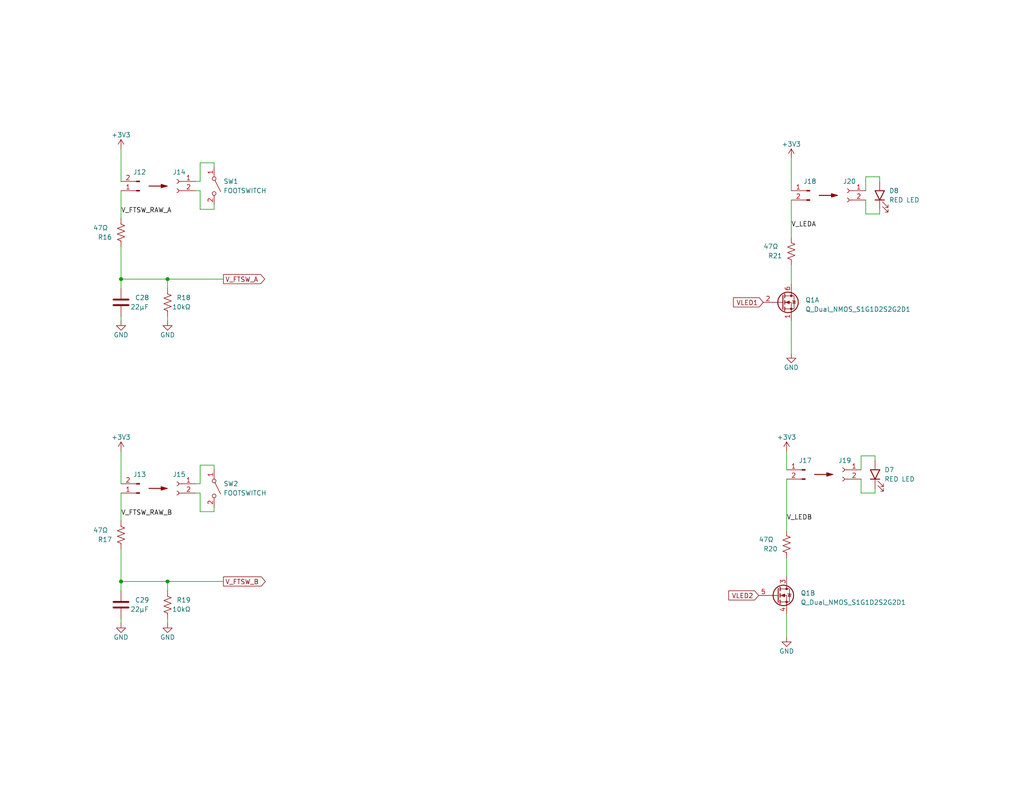
<source format=kicad_sch>
(kicad_sch (version 20230121) (generator eeschema)

  (uuid e0a294cc-0095-43e1-8740-de72a1574fa7)

  (paper "USLetter")

  (title_block
    (title "Baseboard")
    (date "2023-04-28")
    (rev "A")
    (company "Alessandro Rizzoni")
    (comment 1 "SCHEMATIC")
    (comment 2 "DRAFT")
    (comment 3 "AIR")
    (comment 5 "1: ALL COMPONENTS 25V RATING OR GREATER")
    (comment 6 "2: ALL RESISTORS LOW NOISE THIN FILM, 1% TOLERANCE OR SMALLER, 1/10W RATING OR GREATER")
    (comment 7 "3: ALL CAPACITORS MLCC, X5R OR X7R DIELECTRIC, 10% TOLERANCE OR SMALLER")
    (comment 8 "4: DO NOT POPULATE NOTE --TODO--")
    (comment 9 "5: PCB LAYOUT ACCORDING TO DATASHEET FOR ALL COMPONENTS")
  )

  (lib_symbols
    (symbol "Connector:Conn_01x02_Female" (pin_names (offset 1.016) hide) (in_bom yes) (on_board yes)
      (property "Reference" "J" (at 0 2.54 0)
        (effects (font (size 1.27 1.27)))
      )
      (property "Value" "Conn_01x02_Female" (at 0 -5.08 0)
        (effects (font (size 1.27 1.27)))
      )
      (property "Footprint" "" (at 0 0 0)
        (effects (font (size 1.27 1.27)) hide)
      )
      (property "Datasheet" "~" (at 0 0 0)
        (effects (font (size 1.27 1.27)) hide)
      )
      (property "ki_keywords" "connector" (at 0 0 0)
        (effects (font (size 1.27 1.27)) hide)
      )
      (property "ki_description" "Generic connector, single row, 01x02, script generated (kicad-library-utils/schlib/autogen/connector/)" (at 0 0 0)
        (effects (font (size 1.27 1.27)) hide)
      )
      (property "ki_fp_filters" "Connector*:*_1x??_*" (at 0 0 0)
        (effects (font (size 1.27 1.27)) hide)
      )
      (symbol "Conn_01x02_Female_1_1"
        (arc (start 0 -2.032) (mid -0.5058 -2.54) (end 0 -3.048)
          (stroke (width 0.1524) (type default))
          (fill (type none))
        )
        (polyline
          (pts
            (xy -1.27 -2.54)
            (xy -0.508 -2.54)
          )
          (stroke (width 0.1524) (type default))
          (fill (type none))
        )
        (polyline
          (pts
            (xy -1.27 0)
            (xy -0.508 0)
          )
          (stroke (width 0.1524) (type default))
          (fill (type none))
        )
        (arc (start 0 0.508) (mid -0.5058 0) (end 0 -0.508)
          (stroke (width 0.1524) (type default))
          (fill (type none))
        )
        (pin passive line (at -5.08 0 0) (length 3.81)
          (name "Pin_1" (effects (font (size 1.27 1.27))))
          (number "1" (effects (font (size 1.27 1.27))))
        )
        (pin passive line (at -5.08 -2.54 0) (length 3.81)
          (name "Pin_2" (effects (font (size 1.27 1.27))))
          (number "2" (effects (font (size 1.27 1.27))))
        )
      )
    )
    (symbol "Connector:Conn_01x02_Male" (pin_names (offset 1.016) hide) (in_bom yes) (on_board yes)
      (property "Reference" "J" (at 0 2.54 0)
        (effects (font (size 1.27 1.27)))
      )
      (property "Value" "Conn_01x02_Male" (at 0 -5.08 0)
        (effects (font (size 1.27 1.27)))
      )
      (property "Footprint" "" (at 0 0 0)
        (effects (font (size 1.27 1.27)) hide)
      )
      (property "Datasheet" "~" (at 0 0 0)
        (effects (font (size 1.27 1.27)) hide)
      )
      (property "ki_keywords" "connector" (at 0 0 0)
        (effects (font (size 1.27 1.27)) hide)
      )
      (property "ki_description" "Generic connector, single row, 01x02, script generated (kicad-library-utils/schlib/autogen/connector/)" (at 0 0 0)
        (effects (font (size 1.27 1.27)) hide)
      )
      (property "ki_fp_filters" "Connector*:*_1x??_*" (at 0 0 0)
        (effects (font (size 1.27 1.27)) hide)
      )
      (symbol "Conn_01x02_Male_1_1"
        (polyline
          (pts
            (xy 1.27 -2.54)
            (xy 0.8636 -2.54)
          )
          (stroke (width 0.1524) (type default))
          (fill (type none))
        )
        (polyline
          (pts
            (xy 1.27 0)
            (xy 0.8636 0)
          )
          (stroke (width 0.1524) (type default))
          (fill (type none))
        )
        (rectangle (start 0.8636 -2.413) (end 0 -2.667)
          (stroke (width 0.1524) (type default))
          (fill (type outline))
        )
        (rectangle (start 0.8636 0.127) (end 0 -0.127)
          (stroke (width 0.1524) (type default))
          (fill (type outline))
        )
        (pin passive line (at 5.08 0 180) (length 3.81)
          (name "Pin_1" (effects (font (size 1.27 1.27))))
          (number "1" (effects (font (size 1.27 1.27))))
        )
        (pin passive line (at 5.08 -2.54 180) (length 3.81)
          (name "Pin_2" (effects (font (size 1.27 1.27))))
          (number "2" (effects (font (size 1.27 1.27))))
        )
      )
    )
    (symbol "Device:C" (pin_numbers hide) (pin_names (offset 0.254)) (in_bom yes) (on_board yes)
      (property "Reference" "C" (at 0.635 2.54 0)
        (effects (font (size 1.27 1.27)) (justify left))
      )
      (property "Value" "C" (at 0.635 -2.54 0)
        (effects (font (size 1.27 1.27)) (justify left))
      )
      (property "Footprint" "" (at 0.9652 -3.81 0)
        (effects (font (size 1.27 1.27)) hide)
      )
      (property "Datasheet" "~" (at 0 0 0)
        (effects (font (size 1.27 1.27)) hide)
      )
      (property "ki_keywords" "cap capacitor" (at 0 0 0)
        (effects (font (size 1.27 1.27)) hide)
      )
      (property "ki_description" "Unpolarized capacitor" (at 0 0 0)
        (effects (font (size 1.27 1.27)) hide)
      )
      (property "ki_fp_filters" "C_*" (at 0 0 0)
        (effects (font (size 1.27 1.27)) hide)
      )
      (symbol "C_0_1"
        (polyline
          (pts
            (xy -2.032 -0.762)
            (xy 2.032 -0.762)
          )
          (stroke (width 0.508) (type default))
          (fill (type none))
        )
        (polyline
          (pts
            (xy -2.032 0.762)
            (xy 2.032 0.762)
          )
          (stroke (width 0.508) (type default))
          (fill (type none))
        )
      )
      (symbol "C_1_1"
        (pin passive line (at 0 3.81 270) (length 2.794)
          (name "~" (effects (font (size 1.27 1.27))))
          (number "1" (effects (font (size 1.27 1.27))))
        )
        (pin passive line (at 0 -3.81 90) (length 2.794)
          (name "~" (effects (font (size 1.27 1.27))))
          (number "2" (effects (font (size 1.27 1.27))))
        )
      )
    )
    (symbol "Device:Q_Dual_NMOS_S1G1D2S2G2D1" (pin_names (offset 0) hide) (in_bom yes) (on_board yes)
      (property "Reference" "Q" (at 6.35 1.27 0)
        (effects (font (size 1.27 1.27)))
      )
      (property "Value" "Q_Dual_NMOS_S1G1D2S2G2D1" (at 19.05 -1.27 0)
        (effects (font (size 1.27 1.27)))
      )
      (property "Footprint" "" (at 5.08 0 0)
        (effects (font (size 1.27 1.27)) hide)
      )
      (property "Datasheet" "~" (at 5.08 0 0)
        (effects (font (size 1.27 1.27)) hide)
      )
      (property "ki_keywords" "transistor NMOS N-MOS N-MOSFET" (at 0 0 0)
        (effects (font (size 1.27 1.27)) hide)
      )
      (property "ki_description" "Dual NMOS transistor, 6 pin package" (at 0 0 0)
        (effects (font (size 1.27 1.27)) hide)
      )
      (property "ki_fp_filters" "TSOP* SC?70* SC?88* SOT?363*" (at 0 0 0)
        (effects (font (size 1.27 1.27)) hide)
      )
      (symbol "Q_Dual_NMOS_S1G1D2S2G2D1_0_1"
        (polyline
          (pts
            (xy 0.254 0)
            (xy -2.54 0)
          )
          (stroke (width 0) (type default))
          (fill (type none))
        )
        (polyline
          (pts
            (xy 0.254 1.905)
            (xy 0.254 -1.905)
          )
          (stroke (width 0.254) (type default))
          (fill (type none))
        )
        (polyline
          (pts
            (xy 0.762 -1.27)
            (xy 0.762 -2.286)
          )
          (stroke (width 0.254) (type default))
          (fill (type none))
        )
        (polyline
          (pts
            (xy 0.762 0.508)
            (xy 0.762 -0.508)
          )
          (stroke (width 0.254) (type default))
          (fill (type none))
        )
        (polyline
          (pts
            (xy 0.762 2.286)
            (xy 0.762 1.27)
          )
          (stroke (width 0.254) (type default))
          (fill (type none))
        )
        (polyline
          (pts
            (xy 2.54 2.54)
            (xy 2.54 1.778)
          )
          (stroke (width 0) (type default))
          (fill (type none))
        )
        (polyline
          (pts
            (xy 2.54 -2.54)
            (xy 2.54 0)
            (xy 0.762 0)
          )
          (stroke (width 0) (type default))
          (fill (type none))
        )
        (polyline
          (pts
            (xy 0.762 -1.778)
            (xy 3.302 -1.778)
            (xy 3.302 1.778)
            (xy 0.762 1.778)
          )
          (stroke (width 0) (type default))
          (fill (type none))
        )
        (polyline
          (pts
            (xy 1.016 0)
            (xy 2.032 0.381)
            (xy 2.032 -0.381)
            (xy 1.016 0)
          )
          (stroke (width 0) (type default))
          (fill (type outline))
        )
        (polyline
          (pts
            (xy 2.794 0.508)
            (xy 2.921 0.381)
            (xy 3.683 0.381)
            (xy 3.81 0.254)
          )
          (stroke (width 0) (type default))
          (fill (type none))
        )
        (polyline
          (pts
            (xy 3.302 0.381)
            (xy 2.921 -0.254)
            (xy 3.683 -0.254)
            (xy 3.302 0.381)
          )
          (stroke (width 0) (type default))
          (fill (type none))
        )
        (circle (center 1.651 0) (radius 2.794)
          (stroke (width 0.254) (type default))
          (fill (type none))
        )
        (circle (center 2.54 -1.778) (radius 0.254)
          (stroke (width 0) (type default))
          (fill (type outline))
        )
        (circle (center 2.54 1.778) (radius 0.254)
          (stroke (width 0) (type default))
          (fill (type outline))
        )
      )
      (symbol "Q_Dual_NMOS_S1G1D2S2G2D1_1_1"
        (pin passive line (at 2.54 -5.08 90) (length 2.54)
          (name "S" (effects (font (size 1.27 1.27))))
          (number "1" (effects (font (size 1.27 1.27))))
        )
        (pin input line (at -5.08 0 0) (length 2.54)
          (name "G" (effects (font (size 1.27 1.27))))
          (number "2" (effects (font (size 1.27 1.27))))
        )
        (pin passive line (at 2.54 5.08 270) (length 2.54)
          (name "D" (effects (font (size 1.27 1.27))))
          (number "6" (effects (font (size 1.27 1.27))))
        )
      )
      (symbol "Q_Dual_NMOS_S1G1D2S2G2D1_2_1"
        (pin passive line (at 2.54 5.08 270) (length 2.54)
          (name "D" (effects (font (size 1.27 1.27))))
          (number "3" (effects (font (size 1.27 1.27))))
        )
        (pin passive line (at 2.54 -5.08 90) (length 2.54)
          (name "S" (effects (font (size 1.27 1.27))))
          (number "4" (effects (font (size 1.27 1.27))))
        )
        (pin input line (at -5.08 0 0) (length 2.54)
          (name "G" (effects (font (size 1.27 1.27))))
          (number "5" (effects (font (size 1.27 1.27))))
        )
      )
    )
    (symbol "Device:R_US" (pin_numbers hide) (pin_names (offset 0)) (in_bom yes) (on_board yes)
      (property "Reference" "R" (at 2.54 0 90)
        (effects (font (size 1.27 1.27)))
      )
      (property "Value" "R_US" (at -2.54 0 90)
        (effects (font (size 1.27 1.27)))
      )
      (property "Footprint" "" (at 1.016 -0.254 90)
        (effects (font (size 1.27 1.27)) hide)
      )
      (property "Datasheet" "~" (at 0 0 0)
        (effects (font (size 1.27 1.27)) hide)
      )
      (property "ki_keywords" "R res resistor" (at 0 0 0)
        (effects (font (size 1.27 1.27)) hide)
      )
      (property "ki_description" "Resistor, US symbol" (at 0 0 0)
        (effects (font (size 1.27 1.27)) hide)
      )
      (property "ki_fp_filters" "R_*" (at 0 0 0)
        (effects (font (size 1.27 1.27)) hide)
      )
      (symbol "R_US_0_1"
        (polyline
          (pts
            (xy 0 -2.286)
            (xy 0 -2.54)
          )
          (stroke (width 0) (type default))
          (fill (type none))
        )
        (polyline
          (pts
            (xy 0 2.286)
            (xy 0 2.54)
          )
          (stroke (width 0) (type default))
          (fill (type none))
        )
        (polyline
          (pts
            (xy 0 -0.762)
            (xy 1.016 -1.143)
            (xy 0 -1.524)
            (xy -1.016 -1.905)
            (xy 0 -2.286)
          )
          (stroke (width 0) (type default))
          (fill (type none))
        )
        (polyline
          (pts
            (xy 0 0.762)
            (xy 1.016 0.381)
            (xy 0 0)
            (xy -1.016 -0.381)
            (xy 0 -0.762)
          )
          (stroke (width 0) (type default))
          (fill (type none))
        )
        (polyline
          (pts
            (xy 0 2.286)
            (xy 1.016 1.905)
            (xy 0 1.524)
            (xy -1.016 1.143)
            (xy 0 0.762)
          )
          (stroke (width 0) (type default))
          (fill (type none))
        )
      )
      (symbol "R_US_1_1"
        (pin passive line (at 0 3.81 270) (length 1.27)
          (name "~" (effects (font (size 1.27 1.27))))
          (number "1" (effects (font (size 1.27 1.27))))
        )
        (pin passive line (at 0 -3.81 90) (length 1.27)
          (name "~" (effects (font (size 1.27 1.27))))
          (number "2" (effects (font (size 1.27 1.27))))
        )
      )
    )
    (symbol "Graphic:SYM_Arrow_Normal" (pin_names (offset 1.016)) (in_bom yes) (on_board yes)
      (property "Reference" "#SYM" (at 0 1.524 0)
        (effects (font (size 1.27 1.27)) hide)
      )
      (property "Value" "SYM_Arrow_Normal" (at 0.254 -1.27 0)
        (effects (font (size 1.27 1.27)) hide)
      )
      (property "Footprint" "" (at 0 0 0)
        (effects (font (size 1.27 1.27)) hide)
      )
      (property "Datasheet" "~" (at 0 0 0)
        (effects (font (size 1.27 1.27)) hide)
      )
      (property "ki_keywords" "symbol arrow" (at 0 0 0)
        (effects (font (size 1.27 1.27)) hide)
      )
      (property "ki_description" "Filled arrow, 200mil" (at 0 0 0)
        (effects (font (size 1.27 1.27)) hide)
      )
      (symbol "SYM_Arrow_Normal_0_1"
        (polyline
          (pts
            (xy 1.524 0)
            (xy -2.54 0)
          )
          (stroke (width 0.254) (type default))
          (fill (type none))
        )
        (polyline
          (pts
            (xy 2.54 0)
            (xy 0.762 -0.508)
            (xy 0.762 0.508)
            (xy 2.54 0)
          )
          (stroke (width 0) (type default))
          (fill (type outline))
        )
      )
    )
    (symbol "Library:Ground" (power) (pin_names (offset 0)) (in_bom yes) (on_board yes)
      (property "Reference" "#PWR" (at 0 -6.35 0)
        (effects (font (size 1.27 1.27)) hide)
      )
      (property "Value" "Ground" (at 0 -3.81 0)
        (effects (font (size 1.27 1.27)))
      )
      (property "Footprint" "" (at 0 0 0)
        (effects (font (size 1.27 1.27)) hide)
      )
      (property "Datasheet" "" (at 0 0 0)
        (effects (font (size 1.27 1.27)) hide)
      )
      (property "ki_keywords" "power-flag" (at 0 0 0)
        (effects (font (size 1.27 1.27)) hide)
      )
      (property "ki_description" "Power symbol creates a global label with name \"GND\" , ground" (at 0 0 0)
        (effects (font (size 1.27 1.27)) hide)
      )
      (symbol "Ground_0_1"
        (polyline
          (pts
            (xy 0 0)
            (xy 0 -1.27)
            (xy 1.27 -1.27)
            (xy 0 -2.54)
            (xy -1.27 -1.27)
            (xy 0 -1.27)
          )
          (stroke (width 0) (type default))
          (fill (type none))
        )
      )
      (symbol "Ground_1_1"
        (pin power_in line (at 0 0 270) (length 0) hide
          (name "GND" (effects (font (size 1.27 1.27))))
          (number "1" (effects (font (size 1.27 1.27))))
        )
      )
    )
    (symbol "Library:LED" (pin_numbers hide) (pin_names (offset 1.016) hide) (in_bom yes) (on_board yes)
      (property "Reference" "D6" (at 2.54 1.27 90)
        (effects (font (size 1.27 1.27)) (justify right))
      )
      (property "Value" "RED LED" (at 2.54 -1.27 90)
        (effects (font (size 1.27 1.27)) (justify right))
      )
      (property "Footprint" "N/A" (at 0 0 0)
        (effects (font (size 1.27 1.27)) hide)
      )
      (property "Datasheet" "~" (at 0 0 0)
        (effects (font (size 1.27 1.27)) hide)
      )
      (property "Part Number" "151051RS11000" (at 0 0 0)
        (effects (font (size 1.27 1.27)) hide)
      )
      (property "Manufacturer" "Würth Elektronik" (at 0 0 0)
        (effects (font (size 1.27 1.27)) hide)
      )
      (property "ki_keywords" "LED diode" (at 0 0 0)
        (effects (font (size 1.27 1.27)) hide)
      )
      (property "ki_description" "Light emitting diode" (at 0 0 0)
        (effects (font (size 1.27 1.27)) hide)
      )
      (property "ki_fp_filters" "LED* LED_SMD:* LED_THT:*" (at 0 0 0)
        (effects (font (size 1.27 1.27)) hide)
      )
      (symbol "LED_0_1"
        (polyline
          (pts
            (xy -1.27 -1.27)
            (xy -1.27 1.27)
          )
          (stroke (width 0.254) (type default))
          (fill (type none))
        )
        (polyline
          (pts
            (xy 1.27 -1.27)
            (xy 1.27 1.27)
            (xy -1.27 0)
            (xy 1.27 -1.27)
          )
          (stroke (width 0.254) (type default))
          (fill (type none))
        )
        (polyline
          (pts
            (xy -3.048 -0.762)
            (xy -4.572 -2.286)
            (xy -3.81 -2.286)
            (xy -4.572 -2.286)
            (xy -4.572 -1.524)
          )
          (stroke (width 0) (type default))
          (fill (type none))
        )
        (polyline
          (pts
            (xy -1.778 -0.762)
            (xy -3.302 -2.286)
            (xy -2.54 -2.286)
            (xy -3.302 -2.286)
            (xy -3.302 -1.524)
          )
          (stroke (width 0) (type default))
          (fill (type none))
        )
      )
      (symbol "LED_1_1"
        (pin passive line (at -3.81 0 0) (length 2.54)
          (name "K" (effects (font (size 1.27 1.27))))
          (number "1" (effects (font (size 1.27 1.27))))
        )
        (pin passive line (at 3.81 0 180) (length 2.54)
          (name "A" (effects (font (size 1.27 1.27))))
          (number "2" (effects (font (size 1.27 1.27))))
        )
      )
    )
    (symbol "Switch:SW_SPST" (pin_names (offset 0) hide) (in_bom yes) (on_board yes)
      (property "Reference" "SW" (at 0 3.175 0)
        (effects (font (size 1.27 1.27)))
      )
      (property "Value" "SW_SPST" (at 0 -2.54 0)
        (effects (font (size 1.27 1.27)))
      )
      (property "Footprint" "" (at 0 0 0)
        (effects (font (size 1.27 1.27)) hide)
      )
      (property "Datasheet" "~" (at 0 0 0)
        (effects (font (size 1.27 1.27)) hide)
      )
      (property "ki_keywords" "switch lever" (at 0 0 0)
        (effects (font (size 1.27 1.27)) hide)
      )
      (property "ki_description" "Single Pole Single Throw (SPST) switch" (at 0 0 0)
        (effects (font (size 1.27 1.27)) hide)
      )
      (symbol "SW_SPST_0_0"
        (circle (center -2.032 0) (radius 0.508)
          (stroke (width 0) (type default))
          (fill (type none))
        )
        (polyline
          (pts
            (xy -1.524 0.254)
            (xy 1.524 1.778)
          )
          (stroke (width 0) (type default))
          (fill (type none))
        )
        (circle (center 2.032 0) (radius 0.508)
          (stroke (width 0) (type default))
          (fill (type none))
        )
      )
      (symbol "SW_SPST_1_1"
        (pin passive line (at -5.08 0 0) (length 2.54)
          (name "A" (effects (font (size 1.27 1.27))))
          (number "1" (effects (font (size 1.27 1.27))))
        )
        (pin passive line (at 5.08 0 180) (length 2.54)
          (name "B" (effects (font (size 1.27 1.27))))
          (number "2" (effects (font (size 1.27 1.27))))
        )
      )
    )
    (symbol "power:+3V3" (power) (pin_names (offset 0)) (in_bom yes) (on_board yes)
      (property "Reference" "#PWR" (at 0 -3.81 0)
        (effects (font (size 1.27 1.27)) hide)
      )
      (property "Value" "+3V3" (at 0 3.556 0)
        (effects (font (size 1.27 1.27)))
      )
      (property "Footprint" "" (at 0 0 0)
        (effects (font (size 1.27 1.27)) hide)
      )
      (property "Datasheet" "" (at 0 0 0)
        (effects (font (size 1.27 1.27)) hide)
      )
      (property "ki_keywords" "global power" (at 0 0 0)
        (effects (font (size 1.27 1.27)) hide)
      )
      (property "ki_description" "Power symbol creates a global label with name \"+3V3\"" (at 0 0 0)
        (effects (font (size 1.27 1.27)) hide)
      )
      (symbol "+3V3_0_1"
        (polyline
          (pts
            (xy -0.762 1.27)
            (xy 0 2.54)
          )
          (stroke (width 0) (type default))
          (fill (type none))
        )
        (polyline
          (pts
            (xy 0 0)
            (xy 0 2.54)
          )
          (stroke (width 0) (type default))
          (fill (type none))
        )
        (polyline
          (pts
            (xy 0 2.54)
            (xy 0.762 1.27)
          )
          (stroke (width 0) (type default))
          (fill (type none))
        )
      )
      (symbol "+3V3_1_1"
        (pin power_in line (at 0 0 90) (length 0) hide
          (name "+3V3" (effects (font (size 1.27 1.27))))
          (number "1" (effects (font (size 1.27 1.27))))
        )
      )
    )
  )

  (junction (at 45.72 76.2) (diameter 0) (color 0 0 0 0)
    (uuid 16c472a0-34a2-404a-9d40-eb16b30f88bf)
  )
  (junction (at 33.02 76.2) (diameter 0) (color 0 0 0 0)
    (uuid 66e07b92-4bc9-48ea-9602-bc32db1ff49a)
  )
  (junction (at 45.72 158.75) (diameter 0) (color 0 0 0 0)
    (uuid bc35fd99-7eb0-46c2-82ee-04ea281a0219)
  )
  (junction (at 33.02 158.75) (diameter 0) (color 0 0 0 0)
    (uuid de3450ed-02fb-408b-8c94-d22a890492ce)
  )

  (wire (pts (xy 33.02 67.31) (xy 33.02 76.2))
    (stroke (width 0) (type default))
    (uuid 005030fe-295e-4241-9f32-7ad1c6478492)
  )
  (wire (pts (xy 238.76 124.46) (xy 234.95 124.46))
    (stroke (width 0) (type default))
    (uuid 03b7ebd9-775e-43b5-9f08-7c74a5bfd172)
  )
  (wire (pts (xy 240.03 48.26) (xy 236.22 48.26))
    (stroke (width 0) (type default))
    (uuid 0614ff93-2fd2-467c-9431-a7f69b661e4d)
  )
  (wire (pts (xy 54.61 127) (xy 58.42 127))
    (stroke (width 0) (type default))
    (uuid 09a5b05a-c809-4c0e-8fb4-77228a5e6b04)
  )
  (wire (pts (xy 33.02 76.2) (xy 33.02 78.74))
    (stroke (width 0) (type default))
    (uuid 20f50e89-7458-4a64-8feb-f48e431866cd)
  )
  (wire (pts (xy 236.22 48.26) (xy 236.22 52.07))
    (stroke (width 0) (type default))
    (uuid 32693d78-329e-4b29-8914-ea1ae3853e9b)
  )
  (wire (pts (xy 45.72 158.75) (xy 45.72 161.29))
    (stroke (width 0) (type default))
    (uuid 36a4ef85-3d7c-4d43-ada4-e5947c82b62a)
  )
  (wire (pts (xy 54.61 52.07) (xy 53.34 52.07))
    (stroke (width 0) (type default))
    (uuid 36afc0f1-7cc1-4cd0-93a3-d92148d3bff2)
  )
  (wire (pts (xy 33.02 123.19) (xy 33.02 132.08))
    (stroke (width 0) (type default))
    (uuid 3da62e0e-3776-4e62-ae3d-ba4f7636fb13)
  )
  (wire (pts (xy 33.02 134.62) (xy 33.02 142.24))
    (stroke (width 0) (type default))
    (uuid 3f8d1bfe-ee72-40db-af61-ad2c40149b3b)
  )
  (wire (pts (xy 54.61 132.08) (xy 54.61 127))
    (stroke (width 0) (type default))
    (uuid 43d6a5c2-dd14-4374-bc3a-dd942ca8b97f)
  )
  (wire (pts (xy 214.63 152.4) (xy 214.63 157.48))
    (stroke (width 0) (type default))
    (uuid 44160d23-151a-4966-a2e3-b21a3517638d)
  )
  (wire (pts (xy 33.02 76.2) (xy 45.72 76.2))
    (stroke (width 0) (type default))
    (uuid 46163b2a-d583-4238-98e5-382d770e7d75)
  )
  (wire (pts (xy 234.95 134.62) (xy 234.95 130.81))
    (stroke (width 0) (type default))
    (uuid 4af371e8-30e9-412e-b92a-191b8070ded4)
  )
  (wire (pts (xy 33.02 52.07) (xy 33.02 59.69))
    (stroke (width 0) (type default))
    (uuid 4d1fd8dc-f7ed-4207-aa1f-c9d12807c5a9)
  )
  (wire (pts (xy 45.72 158.75) (xy 60.96 158.75))
    (stroke (width 0) (type default))
    (uuid 540eddbf-f6e1-40f0-9448-5828e76ca0be)
  )
  (wire (pts (xy 54.61 57.15) (xy 54.61 52.07))
    (stroke (width 0) (type default))
    (uuid 5b12472d-ca19-4586-8c8c-2f653888a788)
  )
  (wire (pts (xy 33.02 158.75) (xy 33.02 161.29))
    (stroke (width 0) (type default))
    (uuid 5bb3b1c5-abf8-48bd-af80-32d141305009)
  )
  (wire (pts (xy 45.72 76.2) (xy 45.72 78.74))
    (stroke (width 0) (type default))
    (uuid 621ed7da-2307-4dab-8857-a29994af1fc2)
  )
  (wire (pts (xy 215.9 43.18) (xy 215.9 52.07))
    (stroke (width 0) (type default))
    (uuid 6452b7a0-daa2-481b-83a6-0e589c8e136d)
  )
  (wire (pts (xy 53.34 132.08) (xy 54.61 132.08))
    (stroke (width 0) (type default))
    (uuid 66e5d7f1-bdde-4b38-8580-2286ece08032)
  )
  (wire (pts (xy 240.03 58.42) (xy 236.22 58.42))
    (stroke (width 0) (type default))
    (uuid 6bd7c2c5-c9a6-4fd2-b64c-0c301da18ef9)
  )
  (wire (pts (xy 214.63 130.81) (xy 214.63 144.78))
    (stroke (width 0) (type default))
    (uuid 6f25701e-c345-4d9a-b3b7-e3cfa7234aa1)
  )
  (wire (pts (xy 215.9 54.61) (xy 215.9 64.77))
    (stroke (width 0) (type default))
    (uuid 71b6e7cc-6cb2-4748-b3ea-8447f07e43d5)
  )
  (wire (pts (xy 240.03 57.15) (xy 240.03 58.42))
    (stroke (width 0) (type default))
    (uuid 71c71d2e-600c-41f6-9c6d-30ac58572182)
  )
  (wire (pts (xy 58.42 138.43) (xy 58.42 139.7))
    (stroke (width 0) (type default))
    (uuid 7933f15d-4cf8-4d98-970b-1613129562da)
  )
  (wire (pts (xy 58.42 44.45) (xy 58.42 45.72))
    (stroke (width 0) (type default))
    (uuid 805aa178-2150-49f5-93df-ea6c97d0b39e)
  )
  (wire (pts (xy 54.61 139.7) (xy 54.61 134.62))
    (stroke (width 0) (type default))
    (uuid 8a10f948-5dc8-4f6a-ac1c-f39eb71f95d0)
  )
  (wire (pts (xy 45.72 76.2) (xy 60.96 76.2))
    (stroke (width 0) (type default))
    (uuid 8c827876-f634-4664-bd54-0fd85715325b)
  )
  (wire (pts (xy 238.76 125.73) (xy 238.76 124.46))
    (stroke (width 0) (type default))
    (uuid 8df9d820-2061-4013-8857-d0edc753d8a9)
  )
  (wire (pts (xy 54.61 134.62) (xy 53.34 134.62))
    (stroke (width 0) (type default))
    (uuid 8f165bd0-8c79-4533-9b2c-22ebd0c9e9d5)
  )
  (wire (pts (xy 236.22 58.42) (xy 236.22 54.61))
    (stroke (width 0) (type default))
    (uuid 96145e26-1517-4237-9fcf-a27ba84f027f)
  )
  (wire (pts (xy 33.02 40.64) (xy 33.02 49.53))
    (stroke (width 0) (type default))
    (uuid 975d0ec6-4b46-44ab-91cd-6ae5048c221c)
  )
  (wire (pts (xy 54.61 49.53) (xy 54.61 44.45))
    (stroke (width 0) (type default))
    (uuid 9bb6a515-f2bb-4435-896a-fd8499200b98)
  )
  (wire (pts (xy 45.72 168.91) (xy 45.72 170.18))
    (stroke (width 0) (type default))
    (uuid 9c09db13-d349-401f-8500-8fd340f2a732)
  )
  (wire (pts (xy 214.63 167.64) (xy 214.63 173.99))
    (stroke (width 0) (type default))
    (uuid 9d8317c4-e614-43b4-9255-fe11b4c0ec0d)
  )
  (wire (pts (xy 33.02 86.36) (xy 33.02 87.63))
    (stroke (width 0) (type default))
    (uuid a0570f61-90fa-4d50-a432-69d8f5c42b9a)
  )
  (wire (pts (xy 240.03 49.53) (xy 240.03 48.26))
    (stroke (width 0) (type default))
    (uuid adcd55fd-dc86-4298-9727-973234e56c51)
  )
  (wire (pts (xy 58.42 127) (xy 58.42 128.27))
    (stroke (width 0) (type default))
    (uuid b0e53785-d523-4d31-8b1c-3ee16ee56cbf)
  )
  (wire (pts (xy 33.02 158.75) (xy 45.72 158.75))
    (stroke (width 0) (type default))
    (uuid b2e9915f-3a0e-4fb3-b7ca-8474a2767f4a)
  )
  (wire (pts (xy 238.76 133.35) (xy 238.76 134.62))
    (stroke (width 0) (type default))
    (uuid b3115c12-f699-4391-9c50-26904bd1dc24)
  )
  (wire (pts (xy 234.95 124.46) (xy 234.95 128.27))
    (stroke (width 0) (type default))
    (uuid b38025a7-6432-453d-9f12-41f93d7870e3)
  )
  (wire (pts (xy 33.02 168.91) (xy 33.02 170.18))
    (stroke (width 0) (type default))
    (uuid b3f9ffc5-4aea-4e66-95c5-8cce64ffdb39)
  )
  (wire (pts (xy 58.42 139.7) (xy 54.61 139.7))
    (stroke (width 0) (type default))
    (uuid c53a7315-a590-4c04-ad6b-8854e1e599f9)
  )
  (wire (pts (xy 58.42 57.15) (xy 54.61 57.15))
    (stroke (width 0) (type default))
    (uuid d2392773-68e8-4732-b098-b7b00b54221c)
  )
  (wire (pts (xy 215.9 87.63) (xy 215.9 96.52))
    (stroke (width 0) (type default))
    (uuid d3b3c6b0-e907-48be-84dc-7105c80d7329)
  )
  (wire (pts (xy 45.72 86.36) (xy 45.72 87.63))
    (stroke (width 0) (type default))
    (uuid da0eb5db-7418-4aff-a888-bd2e23d77345)
  )
  (wire (pts (xy 238.76 134.62) (xy 234.95 134.62))
    (stroke (width 0) (type default))
    (uuid da90cc8a-94a2-4aaa-ab24-15e78a53b534)
  )
  (wire (pts (xy 58.42 55.88) (xy 58.42 57.15))
    (stroke (width 0) (type default))
    (uuid e0666348-37f7-4131-b95e-9aa33d699678)
  )
  (wire (pts (xy 53.34 49.53) (xy 54.61 49.53))
    (stroke (width 0) (type default))
    (uuid ef5980dd-ad2f-4ba5-968c-5fa845360a55)
  )
  (wire (pts (xy 33.02 149.86) (xy 33.02 158.75))
    (stroke (width 0) (type default))
    (uuid f371c9ab-b5d4-4a2b-ba03-d4f125bb88b0)
  )
  (wire (pts (xy 54.61 44.45) (xy 58.42 44.45))
    (stroke (width 0) (type default))
    (uuid f814d0f1-1055-4795-ac04-2135b16d1ad4)
  )
  (wire (pts (xy 214.63 123.19) (xy 214.63 128.27))
    (stroke (width 0) (type default))
    (uuid f8d79014-bfb7-48a2-a572-2c13d19a3734)
  )
  (wire (pts (xy 215.9 72.39) (xy 215.9 77.47))
    (stroke (width 0) (type default))
    (uuid fd2e821f-4aeb-4143-b325-5b0f2a58ffc9)
  )

  (label "V_FTSW_RAW_B" (at 33.02 140.97 0) (fields_autoplaced)
    (effects (font (size 1.27 1.27)) (justify left bottom))
    (uuid 67d6d355-81e1-477a-b076-1d5d4464b97d)
  )
  (label "V_FTSW_RAW_A" (at 33.02 58.42 0) (fields_autoplaced)
    (effects (font (size 1.27 1.27)) (justify left bottom))
    (uuid 694f8232-3ab9-4bb5-903a-8cd409d5a4f2)
  )
  (label "V_LEDA" (at 215.9 62.23 0) (fields_autoplaced)
    (effects (font (size 1.27 1.27)) (justify left bottom))
    (uuid 93de0c28-3225-46da-b6e1-82a64a75ee33)
  )
  (label "V_LEDB" (at 214.63 142.24 0) (fields_autoplaced)
    (effects (font (size 1.27 1.27)) (justify left bottom))
    (uuid d9d649a8-ef46-4ed8-bd89-6aeb1deba0f1)
  )

  (global_label "V_FTSW_A" (shape output) (at 60.96 76.2 0) (fields_autoplaced)
    (effects (font (size 1.27 1.27)) (justify left))
    (uuid 252fafe5-c187-4739-9411-d023a500ad04)
    (property "Intersheetrefs" "${INTERSHEET_REFS}" (at 72.2492 76.2 0)
      (effects (font (size 1.27 1.27)) (justify left) hide)
    )
  )
  (global_label "V_FTSW_B" (shape output) (at 60.96 158.75 0) (fields_autoplaced)
    (effects (font (size 1.27 1.27)) (justify left))
    (uuid 61ddba23-420c-4873-8973-e68ae88328e3)
    (property "Intersheetrefs" "${INTERSHEET_REFS}" (at 72.2492 158.75 0)
      (effects (font (size 1.27 1.27)) (justify left) hide)
    )
  )
  (global_label "VLED1" (shape input) (at 208.28 82.55 180) (fields_autoplaced)
    (effects (font (size 1.27 1.27)) (justify right))
    (uuid 72e162a9-8b7d-475e-aeac-96e6974c8bfd)
    (property "Intersheetrefs" "${INTERSHEET_REFS}" (at 200.1882 82.55 0)
      (effects (font (size 1.27 1.27)) (justify right) hide)
    )
  )
  (global_label "VLED2" (shape input) (at 207.01 162.56 180) (fields_autoplaced)
    (effects (font (size 1.27 1.27)) (justify right))
    (uuid eb137de8-7a15-41eb-9e96-8d5b4cb80b2e)
    (property "Intersheetrefs" "${INTERSHEET_REFS}" (at 198.9182 162.56 0)
      (effects (font (size 1.27 1.27)) (justify right) hide)
    )
  )

  (symbol (lib_id "Library:Ground") (at 214.63 173.99 0) (unit 1)
    (in_bom yes) (on_board yes) (dnp no)
    (uuid 176cfac6-2598-459f-99a9-8e65e2d1a2b4)
    (property "Reference" "#PWR049" (at 214.63 180.34 0)
      (effects (font (size 1.27 1.27)) hide)
    )
    (property "Value" "Ground" (at 214.63 177.8 0)
      (effects (font (size 1.27 1.27)))
    )
    (property "Footprint" "" (at 214.63 173.99 0)
      (effects (font (size 1.27 1.27)) hide)
    )
    (property "Datasheet" "" (at 214.63 173.99 0)
      (effects (font (size 1.27 1.27)) hide)
    )
    (pin "1" (uuid c9d347e1-98fa-4403-80b2-ee6b8bc59b7b))
    (instances
      (project "1590N1 IO Board"
        (path "/190888c1-6ce2-4681-a836-dc477e444e49/a050f331-207a-415a-9776-ea47c7d16f9f"
          (reference "#PWR049") (unit 1)
        )
      )
    )
  )

  (symbol (lib_id "Connector:Conn_01x02_Female") (at 48.26 49.53 0) (mirror y) (unit 1)
    (in_bom yes) (on_board no) (dnp no) (fields_autoplaced)
    (uuid 18d9475b-591b-4032-8ff8-7a15de8cf164)
    (property "Reference" "J14" (at 48.895 46.99 0)
      (effects (font (size 1.27 1.27)))
    )
    (property "Value" "6-440129-2" (at 45.72 52.0699 0)
      (effects (font (size 1.27 1.27)) (justify left) hide)
    )
    (property "Footprint" "N/A" (at 48.26 49.53 0)
      (effects (font (size 1.27 1.27)) hide)
    )
    (property "Datasheet" "https://www.te.com/commerce/DocumentDelivery/DDEController?Action=srchrtrv&DocNm=1-1773713-2_HPI_QRG_EN&DocType=Data+Sheet&DocLang=English&DocFormat=pdf&PartCntxt=6-440129-2" (at 48.26 49.53 0)
      (effects (font (size 1.27 1.27)) hide)
    )
    (property "Manufacturer" "TE Connectivity AMP Connectors" (at 48.26 49.53 0)
      (effects (font (size 1.27 1.27)) hide)
    )
    (property "Part Number" "6-440129-2" (at 48.26 49.53 0)
      (effects (font (size 1.27 1.27)) hide)
    )
    (pin "1" (uuid 39425bbc-c034-4360-8d7e-0ee77307b29b))
    (pin "2" (uuid 79f02a9c-8a35-4b86-9e6d-4d23c9a3af36))
    (instances
      (project "1590N1 IO Board"
        (path "/190888c1-6ce2-4681-a836-dc477e444e49/a050f331-207a-415a-9776-ea47c7d16f9f"
          (reference "J14") (unit 1)
        )
      )
    )
  )

  (symbol (lib_id "Device:C") (at 33.02 82.55 180) (unit 1)
    (in_bom yes) (on_board yes) (dnp no)
    (uuid 197539ab-6f10-4375-a886-804413866431)
    (property "Reference" "C28" (at 36.83 81.28 0)
      (effects (font (size 1.27 1.27)) (justify right))
    )
    (property "Value" "22μF" (at 38.1 83.82 0)
      (effects (font (size 1.27 1.27)))
    )
    (property "Footprint" "Capacitor_SMD:C_0805_2012Metric" (at 32.0548 78.74 0)
      (effects (font (size 1.27 1.27)) hide)
    )
    (property "Datasheet" "https://www.murata.com/en-us/products/capacitor/ceramiccapacitor/overview/lineup/smd/grm#anchor-2" (at 33.02 82.55 0)
      (effects (font (size 1.27 1.27)) hide)
    )
    (property "Manufacturer" "Murata" (at 33.02 82.55 0)
      (effects (font (size 1.27 1.27)) hide)
    )
    (property "Part Number" "GRM21BR61E226ME44L" (at 33.02 82.55 0)
      (effects (font (size 1.27 1.27)) hide)
    )
    (pin "1" (uuid f1687850-fc2e-4678-8b13-822357e1bef8))
    (pin "2" (uuid a59ac80a-5fb4-48fa-b3c8-5445b46b66cf))
    (instances
      (project "1590N1 IO Board"
        (path "/190888c1-6ce2-4681-a836-dc477e444e49/a050f331-207a-415a-9776-ea47c7d16f9f"
          (reference "C28") (unit 1)
        )
      )
    )
  )

  (symbol (lib_id "Library:Ground") (at 33.02 87.63 0) (unit 1)
    (in_bom yes) (on_board yes) (dnp no)
    (uuid 2406c14d-9a87-4883-ab13-b8f2bd0691eb)
    (property "Reference" "#PWR029" (at 33.02 93.98 0)
      (effects (font (size 1.27 1.27)) hide)
    )
    (property "Value" "Ground" (at 33.02 91.44 0)
      (effects (font (size 1.27 1.27)))
    )
    (property "Footprint" "" (at 33.02 87.63 0)
      (effects (font (size 1.27 1.27)) hide)
    )
    (property "Datasheet" "" (at 33.02 87.63 0)
      (effects (font (size 1.27 1.27)) hide)
    )
    (pin "1" (uuid 88415eaa-b822-423c-aeef-4f7e8d35a82b))
    (instances
      (project "1590N1 IO Board"
        (path "/190888c1-6ce2-4681-a836-dc477e444e49/a050f331-207a-415a-9776-ea47c7d16f9f"
          (reference "#PWR029") (unit 1)
        )
      )
    )
  )

  (symbol (lib_id "Graphic:SYM_Arrow_Normal") (at 43.18 50.8 0) (mirror x) (unit 1)
    (in_bom no) (on_board no) (dnp no) (fields_autoplaced)
    (uuid 2dbc26ce-1c32-45fc-a13b-65a9d7132a62)
    (property "Reference" "#SYM2" (at 43.18 52.324 0)
      (effects (font (size 1.27 1.27)) hide)
    )
    (property "Value" "SYM_Arrow_Normal" (at 43.434 49.53 0)
      (effects (font (size 1.27 1.27)) hide)
    )
    (property "Footprint" "" (at 43.18 50.8 0)
      (effects (font (size 1.27 1.27)) hide)
    )
    (property "Datasheet" "~" (at 43.18 50.8 0)
      (effects (font (size 1.27 1.27)) hide)
    )
    (instances
      (project "1590N1 IO Board"
        (path "/190888c1-6ce2-4681-a836-dc477e444e49/a050f331-207a-415a-9776-ea47c7d16f9f"
          (reference "#SYM2") (unit 1)
        )
      )
    )
  )

  (symbol (lib_id "Library:Ground") (at 45.72 170.18 0) (unit 1)
    (in_bom yes) (on_board yes) (dnp no)
    (uuid 2fdc94de-d27f-4f75-9f6e-4e4d745aa500)
    (property "Reference" "#PWR033" (at 45.72 176.53 0)
      (effects (font (size 1.27 1.27)) hide)
    )
    (property "Value" "Ground" (at 45.72 173.99 0)
      (effects (font (size 1.27 1.27)))
    )
    (property "Footprint" "" (at 45.72 170.18 0)
      (effects (font (size 1.27 1.27)) hide)
    )
    (property "Datasheet" "" (at 45.72 170.18 0)
      (effects (font (size 1.27 1.27)) hide)
    )
    (pin "1" (uuid fce23498-42ac-44b0-baa7-df1a1b6064b8))
    (instances
      (project "1590N1 IO Board"
        (path "/190888c1-6ce2-4681-a836-dc477e444e49/a050f331-207a-415a-9776-ea47c7d16f9f"
          (reference "#PWR033") (unit 1)
        )
      )
    )
  )

  (symbol (lib_id "Device:R_US") (at 215.9 68.58 180) (unit 1)
    (in_bom yes) (on_board yes) (dnp no)
    (uuid 367a6af1-0838-463e-8249-f981475b2eb5)
    (property "Reference" "R21" (at 209.55 69.85 0)
      (effects (font (size 1.27 1.27)) (justify right))
    )
    (property "Value" "47Ω" (at 208.28 67.31 0)
      (effects (font (size 1.27 1.27)) (justify right))
    )
    (property "Footprint" "Resistor_SMD:R_0805_2012Metric" (at 214.884 68.326 90)
      (effects (font (size 1.27 1.27)) hide)
    )
    (property "Datasheet" "https://www.koaspeer.com/products/resistors/thin-film/rn73h/" (at 215.9 68.58 0)
      (effects (font (size 1.27 1.27)) hide)
    )
    (property "Manufacturer" "Koa Speer" (at 215.9 68.58 0)
      (effects (font (size 1.27 1.27)) hide)
    )
    (property "Part Number" "RN73H1JTTD3000F100 " (at 215.9 68.58 0)
      (effects (font (size 1.27 1.27)) hide)
    )
    (pin "1" (uuid f37df343-9a60-41b2-bcc8-de56643dca8b))
    (pin "2" (uuid 25bb8276-1d34-44d2-abf9-1cde249d7906))
    (instances
      (project "1590N1 IO Board"
        (path "/190888c1-6ce2-4681-a836-dc477e444e49/a050f331-207a-415a-9776-ea47c7d16f9f"
          (reference "R21") (unit 1)
        )
      )
    )
  )

  (symbol (lib_id "Connector:Conn_01x02_Female") (at 48.26 132.08 0) (mirror y) (unit 1)
    (in_bom yes) (on_board no) (dnp no) (fields_autoplaced)
    (uuid 37e89287-7e21-455b-b71a-eb694103dcba)
    (property "Reference" "J15" (at 48.895 129.54 0)
      (effects (font (size 1.27 1.27)))
    )
    (property "Value" "6-440129-2" (at 45.72 134.6199 0)
      (effects (font (size 1.27 1.27)) (justify left) hide)
    )
    (property "Footprint" "N/A" (at 48.26 132.08 0)
      (effects (font (size 1.27 1.27)) hide)
    )
    (property "Datasheet" "https://www.te.com/commerce/DocumentDelivery/DDEController?Action=srchrtrv&DocNm=1-1773713-2_HPI_QRG_EN&DocType=Data+Sheet&DocLang=English&DocFormat=pdf&PartCntxt=6-440129-2" (at 48.26 132.08 0)
      (effects (font (size 1.27 1.27)) hide)
    )
    (property "Manufacturer" "TE Connectivity AMP Connectors" (at 48.26 132.08 0)
      (effects (font (size 1.27 1.27)) hide)
    )
    (property "Part Number" "6-440129-2" (at 48.26 132.08 0)
      (effects (font (size 1.27 1.27)) hide)
    )
    (pin "1" (uuid 3c10cc43-c65c-4a3c-8d59-06b8db2d5b53))
    (pin "2" (uuid 760897a4-38fc-4a94-9fc5-5e711c935642))
    (instances
      (project "1590N1 IO Board"
        (path "/190888c1-6ce2-4681-a836-dc477e444e49/a050f331-207a-415a-9776-ea47c7d16f9f"
          (reference "J15") (unit 1)
        )
      )
    )
  )

  (symbol (lib_id "Graphic:SYM_Arrow_Normal") (at 43.18 133.35 0) (mirror x) (unit 1)
    (in_bom no) (on_board no) (dnp no) (fields_autoplaced)
    (uuid 39182475-47b4-4a38-81ff-7fbd8e12ce87)
    (property "Reference" "#SYM3" (at 43.18 134.874 0)
      (effects (font (size 1.27 1.27)) hide)
    )
    (property "Value" "SYM_Arrow_Normal" (at 43.434 132.08 0)
      (effects (font (size 1.27 1.27)) hide)
    )
    (property "Footprint" "" (at 43.18 133.35 0)
      (effects (font (size 1.27 1.27)) hide)
    )
    (property "Datasheet" "~" (at 43.18 133.35 0)
      (effects (font (size 1.27 1.27)) hide)
    )
    (instances
      (project "1590N1 IO Board"
        (path "/190888c1-6ce2-4681-a836-dc477e444e49/a050f331-207a-415a-9776-ea47c7d16f9f"
          (reference "#SYM3") (unit 1)
        )
      )
    )
  )

  (symbol (lib_id "Library:LED") (at 240.03 53.34 90) (unit 1)
    (in_bom yes) (on_board yes) (dnp no)
    (uuid 42ae8f61-b208-41e1-b732-d55bcf52fcc8)
    (property "Reference" "D8" (at 242.57 52.07 90)
      (effects (font (size 1.27 1.27)) (justify right))
    )
    (property "Value" "RED LED" (at 242.57 54.61 90)
      (effects (font (size 1.27 1.27)) (justify right))
    )
    (property "Footprint" "N/A" (at 240.03 53.34 0)
      (effects (font (size 1.27 1.27)) hide)
    )
    (property "Datasheet" "https://www.we-online.com/components/products/datasheet/151051RS11000.pdf" (at 240.03 53.34 0)
      (effects (font (size 1.27 1.27)) hide)
    )
    (property "Manufacturer" "Würth Elektronik" (at 240.03 53.34 0)
      (effects (font (size 1.27 1.27)) hide)
    )
    (property "Part Number" "151051RS11000" (at 240.03 53.34 0)
      (effects (font (size 1.27 1.27)) hide)
    )
    (pin "1" (uuid 2e34c0b6-6483-42d4-bf88-cd8926b9b392))
    (pin "2" (uuid 6d562f3e-503e-4ebf-8768-aecbc9464096))
    (instances
      (project "1590N1 IO Board"
        (path "/190888c1-6ce2-4681-a836-dc477e444e49/a050f331-207a-415a-9776-ea47c7d16f9f"
          (reference "D8") (unit 1)
        )
      )
    )
  )

  (symbol (lib_id "Device:R_US") (at 33.02 146.05 180) (unit 1)
    (in_bom yes) (on_board yes) (dnp no)
    (uuid 450e8f94-1e70-443d-a7e9-1ed048010d3e)
    (property "Reference" "R17" (at 26.67 147.32 0)
      (effects (font (size 1.27 1.27)) (justify right))
    )
    (property "Value" "47Ω" (at 25.4 144.78 0)
      (effects (font (size 1.27 1.27)) (justify right))
    )
    (property "Footprint" "Resistor_SMD:R_0805_2012Metric" (at 32.004 145.796 90)
      (effects (font (size 1.27 1.27)) hide)
    )
    (property "Datasheet" "https://www.koaspeer.com/products/resistors/thin-film/rn73h/" (at 33.02 146.05 0)
      (effects (font (size 1.27 1.27)) hide)
    )
    (property "Manufacturer" "Koa Speer" (at 33.02 146.05 0)
      (effects (font (size 1.27 1.27)) hide)
    )
    (property "Part Number" "RN73H1JTTD3000F100 " (at 33.02 146.05 0)
      (effects (font (size 1.27 1.27)) hide)
    )
    (pin "1" (uuid 3eecfeca-9e7c-4d60-bb8c-c10c90906769))
    (pin "2" (uuid 7cf18404-ed76-4520-98df-395ccdddcfd2))
    (instances
      (project "1590N1 IO Board"
        (path "/190888c1-6ce2-4681-a836-dc477e444e49/a050f331-207a-415a-9776-ea47c7d16f9f"
          (reference "R17") (unit 1)
        )
      )
    )
  )

  (symbol (lib_id "Connector:Conn_01x02_Male") (at 219.71 128.27 0) (mirror y) (unit 1)
    (in_bom yes) (on_board yes) (dnp no)
    (uuid 692aaf5a-db3b-4b1e-a97a-70cf86f3ab0e)
    (property "Reference" "J17" (at 219.71 125.73 0)
      (effects (font (size 1.27 1.27)))
    )
    (property "Value" "6-440054-2" (at 220.98 130.8099 0)
      (effects (font (size 1.27 1.27)) (justify right) hide)
    )
    (property "Footprint" "Library:TE_HPI_2.0MM_PITCH_MALE_HEADER_2POS" (at 219.71 128.27 0)
      (effects (font (size 1.27 1.27)) hide)
    )
    (property "Datasheet" "https://www.te.com/commerce/DocumentDelivery/DDEController?Action=srchrtrv&DocNm=1-1773713-2_HPI_QRG_EN&DocType=Data+Sheet&DocLang=English&DocFormat=pdf&PartCntxt=6-440129-2" (at 219.71 128.27 0)
      (effects (font (size 1.27 1.27)) hide)
    )
    (property "Manufacturer" "TE Connectivity AMP Connectors" (at 219.71 128.27 0)
      (effects (font (size 1.27 1.27)) hide)
    )
    (property "Part Number" "6-440054-2" (at 219.71 128.27 0)
      (effects (font (size 1.27 1.27)) hide)
    )
    (pin "1" (uuid a7b4f1be-cdbd-47d9-8e26-c2845dba46cb))
    (pin "2" (uuid 217dc210-c41b-4f81-9558-43d978da6adc))
    (instances
      (project "1590N1 IO Board"
        (path "/190888c1-6ce2-4681-a836-dc477e444e49/a050f331-207a-415a-9776-ea47c7d16f9f"
          (reference "J17") (unit 1)
        )
      )
    )
  )

  (symbol (lib_id "Switch:SW_SPST") (at 58.42 50.8 270) (unit 1)
    (in_bom yes) (on_board no) (dnp no) (fields_autoplaced)
    (uuid 735b9c8f-6670-46a1-a1f7-0ed4ea339c41)
    (property "Reference" "SW1" (at 60.96 49.5299 90)
      (effects (font (size 1.27 1.27)) (justify left))
    )
    (property "Value" "FOOTSWITCH" (at 60.96 52.0699 90)
      (effects (font (size 1.27 1.27)) (justify left))
    )
    (property "Footprint" "N/A" (at 58.42 50.8 0)
      (effects (font (size 1.27 1.27)) hide)
    )
    (property "Datasheet" "~" (at 58.42 50.8 0)
      (effects (font (size 1.27 1.27)) hide)
    )
    (property "Manufacturer" "N/A" (at 58.42 50.8 0)
      (effects (font (size 1.27 1.27)) hide)
    )
    (property "Part Number" "RV09AF-40-20K-A500K" (at 58.42 50.8 0)
      (effects (font (size 1.27 1.27)) hide)
    )
    (pin "1" (uuid e3d8fbfa-1234-4af7-a9f2-4ff6319704fc))
    (pin "2" (uuid c7cb2139-7370-4b5d-8f2e-cc483e9cea40))
    (instances
      (project "1590N1 IO Board"
        (path "/190888c1-6ce2-4681-a836-dc477e444e49/a050f331-207a-415a-9776-ea47c7d16f9f"
          (reference "SW1") (unit 1)
        )
      )
    )
  )

  (symbol (lib_id "Device:R_US") (at 33.02 63.5 180) (unit 1)
    (in_bom yes) (on_board yes) (dnp no)
    (uuid 73f11e60-2038-4f2a-82aa-de6dc9e22206)
    (property "Reference" "R16" (at 26.67 64.77 0)
      (effects (font (size 1.27 1.27)) (justify right))
    )
    (property "Value" "47Ω" (at 25.4 62.23 0)
      (effects (font (size 1.27 1.27)) (justify right))
    )
    (property "Footprint" "Resistor_SMD:R_0805_2012Metric" (at 32.004 63.246 90)
      (effects (font (size 1.27 1.27)) hide)
    )
    (property "Datasheet" "https://www.koaspeer.com/products/resistors/thin-film/rn73h/" (at 33.02 63.5 0)
      (effects (font (size 1.27 1.27)) hide)
    )
    (property "Manufacturer" "Koa Speer" (at 33.02 63.5 0)
      (effects (font (size 1.27 1.27)) hide)
    )
    (property "Part Number" "RN73H1JTTD3000F100 " (at 33.02 63.5 0)
      (effects (font (size 1.27 1.27)) hide)
    )
    (pin "1" (uuid c63a648f-929b-4c8e-97b1-a7e4e34ef54d))
    (pin "2" (uuid a74f5c96-69f6-41d4-8055-ec84e92dfb2b))
    (instances
      (project "1590N1 IO Board"
        (path "/190888c1-6ce2-4681-a836-dc477e444e49/a050f331-207a-415a-9776-ea47c7d16f9f"
          (reference "R16") (unit 1)
        )
      )
    )
  )

  (symbol (lib_id "Device:Q_Dual_NMOS_S1G1D2S2G2D1") (at 213.36 82.55 0) (unit 1)
    (in_bom yes) (on_board yes) (dnp no) (fields_autoplaced)
    (uuid 7cc11145-20b5-48a5-ba9b-d17f8b80854f)
    (property "Reference" "Q1" (at 219.71 81.915 0)
      (effects (font (size 1.27 1.27)) (justify left))
    )
    (property "Value" "Q_Dual_NMOS_S1G1D2S2G2D1" (at 219.71 84.455 0)
      (effects (font (size 1.27 1.27)) (justify left))
    )
    (property "Footprint" "Package_TO_SOT_SMD:SOT-363_SC-70-6" (at 218.44 82.55 0)
      (effects (font (size 1.27 1.27)) hide)
    )
    (property "Datasheet" "~" (at 218.44 82.55 0)
      (effects (font (size 1.27 1.27)) hide)
    )
    (pin "1" (uuid c6c17749-8a6a-426c-8518-059eb07f291e))
    (pin "2" (uuid 748178de-a020-430c-bca2-377e74ce5d56))
    (pin "6" (uuid 490f56ea-af45-462f-ac17-2e625f2a4f37))
    (pin "3" (uuid d7dc86cc-1103-4813-9e2b-60a8ee9fd194))
    (pin "4" (uuid fdf83ccc-1d84-45d5-9956-fa53f126a681))
    (pin "5" (uuid ca86c08f-a27c-4903-a378-ee8a39e8e57c))
    (instances
      (project "1590N1 IO Board"
        (path "/190888c1-6ce2-4681-a836-dc477e444e49/a050f331-207a-415a-9776-ea47c7d16f9f"
          (reference "Q1") (unit 1)
        )
      )
    )
  )

  (symbol (lib_id "power:+3V3") (at 214.63 123.19 0) (unit 1)
    (in_bom yes) (on_board yes) (dnp no) (fields_autoplaced)
    (uuid 85fcf66c-e991-4036-a01d-9dbb8987c87b)
    (property "Reference" "#PWR012" (at 214.63 127 0)
      (effects (font (size 1.27 1.27)) hide)
    )
    (property "Value" "+3V3" (at 214.63 119.38 0)
      (effects (font (size 1.27 1.27)))
    )
    (property "Footprint" "" (at 214.63 123.19 0)
      (effects (font (size 1.27 1.27)) hide)
    )
    (property "Datasheet" "" (at 214.63 123.19 0)
      (effects (font (size 1.27 1.27)) hide)
    )
    (pin "1" (uuid 1c261649-89eb-4f2f-8d65-69d9b5b67d92))
    (instances
      (project "1590N1 IO Board"
        (path "/190888c1-6ce2-4681-a836-dc477e444e49/2e4f7641-7de0-4dea-9f64-f5ec09624375"
          (reference "#PWR012") (unit 1)
        )
        (path "/190888c1-6ce2-4681-a836-dc477e444e49/a050f331-207a-415a-9776-ea47c7d16f9f"
          (reference "#PWR048") (unit 1)
        )
      )
    )
  )

  (symbol (lib_id "Graphic:SYM_Arrow_Normal") (at 226.06 53.34 0) (mirror x) (unit 1)
    (in_bom no) (on_board no) (dnp no) (fields_autoplaced)
    (uuid 9808b162-1fae-433a-9064-778260ec54f8)
    (property "Reference" "#SYM5" (at 226.06 54.864 0)
      (effects (font (size 1.27 1.27)) hide)
    )
    (property "Value" "SYM_Arrow_Normal" (at 226.314 52.07 0)
      (effects (font (size 1.27 1.27)) hide)
    )
    (property "Footprint" "" (at 226.06 53.34 0)
      (effects (font (size 1.27 1.27)) hide)
    )
    (property "Datasheet" "~" (at 226.06 53.34 0)
      (effects (font (size 1.27 1.27)) hide)
    )
    (instances
      (project "1590N1 IO Board"
        (path "/190888c1-6ce2-4681-a836-dc477e444e49/a050f331-207a-415a-9776-ea47c7d16f9f"
          (reference "#SYM5") (unit 1)
        )
      )
    )
  )

  (symbol (lib_id "Connector:Conn_01x02_Female") (at 229.87 128.27 0) (mirror y) (unit 1)
    (in_bom yes) (on_board no) (dnp no) (fields_autoplaced)
    (uuid 9869983d-2259-4c5a-94f3-e5748c84c097)
    (property "Reference" "J19" (at 230.505 125.73 0)
      (effects (font (size 1.27 1.27)))
    )
    (property "Value" "6-440129-2" (at 227.33 130.8099 0)
      (effects (font (size 1.27 1.27)) (justify left) hide)
    )
    (property "Footprint" "N/A" (at 229.87 128.27 0)
      (effects (font (size 1.27 1.27)) hide)
    )
    (property "Datasheet" "https://www.te.com/commerce/DocumentDelivery/DDEController?Action=srchrtrv&DocNm=1-1773713-2_HPI_QRG_EN&DocType=Data+Sheet&DocLang=English&DocFormat=pdf&PartCntxt=6-440129-2" (at 229.87 128.27 0)
      (effects (font (size 1.27 1.27)) hide)
    )
    (property "Manufacturer" "TE Connectivity AMP Connectors" (at 229.87 128.27 0)
      (effects (font (size 1.27 1.27)) hide)
    )
    (property "Part Number" "6-440129-2" (at 229.87 128.27 0)
      (effects (font (size 1.27 1.27)) hide)
    )
    (pin "1" (uuid f00c6f43-3dcb-4984-9198-a57690d87f97))
    (pin "2" (uuid 3f53663e-afed-46e8-8234-5e5c05f5e42d))
    (instances
      (project "1590N1 IO Board"
        (path "/190888c1-6ce2-4681-a836-dc477e444e49/a050f331-207a-415a-9776-ea47c7d16f9f"
          (reference "J19") (unit 1)
        )
      )
    )
  )

  (symbol (lib_id "Connector:Conn_01x02_Male") (at 220.98 52.07 0) (mirror y) (unit 1)
    (in_bom yes) (on_board yes) (dnp no)
    (uuid 9a1259fc-cd1c-447b-a05b-2273b9965e6b)
    (property "Reference" "J18" (at 220.98 49.53 0)
      (effects (font (size 1.27 1.27)))
    )
    (property "Value" "6-440054-2" (at 222.25 54.6099 0)
      (effects (font (size 1.27 1.27)) (justify right) hide)
    )
    (property "Footprint" "Library:TE_HPI_2.0MM_PITCH_MALE_HEADER_2POS" (at 220.98 52.07 0)
      (effects (font (size 1.27 1.27)) hide)
    )
    (property "Datasheet" "https://www.te.com/commerce/DocumentDelivery/DDEController?Action=srchrtrv&DocNm=1-1773713-2_HPI_QRG_EN&DocType=Data+Sheet&DocLang=English&DocFormat=pdf&PartCntxt=6-440129-2" (at 220.98 52.07 0)
      (effects (font (size 1.27 1.27)) hide)
    )
    (property "Manufacturer" "TE Connectivity AMP Connectors" (at 220.98 52.07 0)
      (effects (font (size 1.27 1.27)) hide)
    )
    (property "Part Number" "6-440054-2" (at 220.98 52.07 0)
      (effects (font (size 1.27 1.27)) hide)
    )
    (pin "1" (uuid 1a964289-33af-4abd-8691-07e0d7bb918a))
    (pin "2" (uuid 816cd116-b040-4e31-a9cc-2381b0c2fb82))
    (instances
      (project "1590N1 IO Board"
        (path "/190888c1-6ce2-4681-a836-dc477e444e49/a050f331-207a-415a-9776-ea47c7d16f9f"
          (reference "J18") (unit 1)
        )
      )
    )
  )

  (symbol (lib_id "Device:C") (at 33.02 165.1 180) (unit 1)
    (in_bom yes) (on_board yes) (dnp no)
    (uuid 9a76e20b-4778-488f-8461-3d19afa9f3c4)
    (property "Reference" "C29" (at 36.83 163.83 0)
      (effects (font (size 1.27 1.27)) (justify right))
    )
    (property "Value" "22μF" (at 38.1 166.37 0)
      (effects (font (size 1.27 1.27)))
    )
    (property "Footprint" "Capacitor_SMD:C_0805_2012Metric" (at 32.0548 161.29 0)
      (effects (font (size 1.27 1.27)) hide)
    )
    (property "Datasheet" "https://www.murata.com/en-us/products/capacitor/ceramiccapacitor/overview/lineup/smd/grm#anchor-2" (at 33.02 165.1 0)
      (effects (font (size 1.27 1.27)) hide)
    )
    (property "Manufacturer" "Murata" (at 33.02 165.1 0)
      (effects (font (size 1.27 1.27)) hide)
    )
    (property "Part Number" "GRM21BR61E226ME44L" (at 33.02 165.1 0)
      (effects (font (size 1.27 1.27)) hide)
    )
    (pin "1" (uuid a875ddbc-c999-429b-b6e7-2ca3ba5da7a7))
    (pin "2" (uuid 5ab373b6-5d47-4314-8283-94122b420f82))
    (instances
      (project "1590N1 IO Board"
        (path "/190888c1-6ce2-4681-a836-dc477e444e49/a050f331-207a-415a-9776-ea47c7d16f9f"
          (reference "C29") (unit 1)
        )
      )
    )
  )

  (symbol (lib_id "Device:R_US") (at 45.72 82.55 0) (unit 1)
    (in_bom yes) (on_board yes) (dnp no)
    (uuid a2fdece4-a73d-4bf6-9265-9df99b33f74a)
    (property "Reference" "R18" (at 52.07 81.28 0)
      (effects (font (size 1.27 1.27)) (justify right))
    )
    (property "Value" "10kΩ" (at 52.07 83.82 0)
      (effects (font (size 1.27 1.27)) (justify right))
    )
    (property "Footprint" "Resistor_SMD:R_0603_1608Metric" (at 46.736 82.804 90)
      (effects (font (size 1.27 1.27)) hide)
    )
    (property "Datasheet" "https://www.koaspeer.com/products/resistors/thin-film/rn73h/" (at 45.72 82.55 0)
      (effects (font (size 1.27 1.27)) hide)
    )
    (property "Manufacturer" "Koa Speer" (at 45.72 82.55 0)
      (effects (font (size 1.27 1.27)) hide)
    )
    (property "Part Number" "RN73H1JTTD1002F100" (at 45.72 82.55 0)
      (effects (font (size 1.27 1.27)) hide)
    )
    (pin "1" (uuid 9932af61-88ce-4796-8aea-73a68ce9ba37))
    (pin "2" (uuid 283d182e-bc12-4130-b30b-b3e300646d0c))
    (instances
      (project "1590N1 IO Board"
        (path "/190888c1-6ce2-4681-a836-dc477e444e49/a050f331-207a-415a-9776-ea47c7d16f9f"
          (reference "R18") (unit 1)
        )
      )
    )
  )

  (symbol (lib_id "Library:LED") (at 238.76 129.54 90) (unit 1)
    (in_bom yes) (on_board yes) (dnp no)
    (uuid b319e4cf-74d6-4488-b9e2-cf7e0a79fa6d)
    (property "Reference" "D7" (at 241.3 128.27 90)
      (effects (font (size 1.27 1.27)) (justify right))
    )
    (property "Value" "RED LED" (at 241.3 130.81 90)
      (effects (font (size 1.27 1.27)) (justify right))
    )
    (property "Footprint" "N/A" (at 238.76 129.54 0)
      (effects (font (size 1.27 1.27)) hide)
    )
    (property "Datasheet" "https://www.we-online.com/components/products/datasheet/151051RS11000.pdf" (at 238.76 129.54 0)
      (effects (font (size 1.27 1.27)) hide)
    )
    (property "Manufacturer" "Würth Elektronik" (at 238.76 129.54 0)
      (effects (font (size 1.27 1.27)) hide)
    )
    (property "Part Number" "151051RS11000" (at 238.76 129.54 0)
      (effects (font (size 1.27 1.27)) hide)
    )
    (pin "1" (uuid b84c82e0-0f68-4d1e-a7f5-2510c8a8955e))
    (pin "2" (uuid cbbd1636-ed5d-47ba-8655-9aead6986daa))
    (instances
      (project "1590N1 IO Board"
        (path "/190888c1-6ce2-4681-a836-dc477e444e49/a050f331-207a-415a-9776-ea47c7d16f9f"
          (reference "D7") (unit 1)
        )
      )
    )
  )

  (symbol (lib_id "Graphic:SYM_Arrow_Normal") (at 224.79 129.54 0) (mirror x) (unit 1)
    (in_bom no) (on_board no) (dnp no) (fields_autoplaced)
    (uuid b3babb2e-dcbd-449b-956b-c9f4ee6b11d3)
    (property "Reference" "#SYM4" (at 224.79 131.064 0)
      (effects (font (size 1.27 1.27)) hide)
    )
    (property "Value" "SYM_Arrow_Normal" (at 225.044 128.27 0)
      (effects (font (size 1.27 1.27)) hide)
    )
    (property "Footprint" "" (at 224.79 129.54 0)
      (effects (font (size 1.27 1.27)) hide)
    )
    (property "Datasheet" "~" (at 224.79 129.54 0)
      (effects (font (size 1.27 1.27)) hide)
    )
    (instances
      (project "1590N1 IO Board"
        (path "/190888c1-6ce2-4681-a836-dc477e444e49/a050f331-207a-415a-9776-ea47c7d16f9f"
          (reference "#SYM4") (unit 1)
        )
      )
    )
  )

  (symbol (lib_id "Device:R_US") (at 214.63 148.59 180) (unit 1)
    (in_bom yes) (on_board yes) (dnp no)
    (uuid b85c4e79-d38b-42d8-9e05-4c5cb2fcac45)
    (property "Reference" "R20" (at 208.28 149.86 0)
      (effects (font (size 1.27 1.27)) (justify right))
    )
    (property "Value" "47Ω" (at 207.01 147.32 0)
      (effects (font (size 1.27 1.27)) (justify right))
    )
    (property "Footprint" "Resistor_SMD:R_0805_2012Metric" (at 213.614 148.336 90)
      (effects (font (size 1.27 1.27)) hide)
    )
    (property "Datasheet" "https://www.koaspeer.com/products/resistors/thin-film/rn73h/" (at 214.63 148.59 0)
      (effects (font (size 1.27 1.27)) hide)
    )
    (property "Manufacturer" "Koa Speer" (at 214.63 148.59 0)
      (effects (font (size 1.27 1.27)) hide)
    )
    (property "Part Number" "RN73H1JTTD3000F100 " (at 214.63 148.59 0)
      (effects (font (size 1.27 1.27)) hide)
    )
    (pin "1" (uuid 11c324a5-1e4a-493d-a660-5b3cfa2d1ec1))
    (pin "2" (uuid f9ef3426-a0df-42c7-9908-1f449be9c424))
    (instances
      (project "1590N1 IO Board"
        (path "/190888c1-6ce2-4681-a836-dc477e444e49/a050f331-207a-415a-9776-ea47c7d16f9f"
          (reference "R20") (unit 1)
        )
      )
    )
  )

  (symbol (lib_id "power:+3V3") (at 33.02 40.64 0) (unit 1)
    (in_bom yes) (on_board yes) (dnp no) (fields_autoplaced)
    (uuid bfa85c50-3eac-440c-97b8-0f2962e1d00f)
    (property "Reference" "#PWR012" (at 33.02 44.45 0)
      (effects (font (size 1.27 1.27)) hide)
    )
    (property "Value" "+3V3" (at 33.02 36.83 0)
      (effects (font (size 1.27 1.27)))
    )
    (property "Footprint" "" (at 33.02 40.64 0)
      (effects (font (size 1.27 1.27)) hide)
    )
    (property "Datasheet" "" (at 33.02 40.64 0)
      (effects (font (size 1.27 1.27)) hide)
    )
    (pin "1" (uuid e15345b7-3f17-456e-9630-c6875f0e595d))
    (instances
      (project "1590N1 IO Board"
        (path "/190888c1-6ce2-4681-a836-dc477e444e49/2e4f7641-7de0-4dea-9f64-f5ec09624375"
          (reference "#PWR012") (unit 1)
        )
        (path "/190888c1-6ce2-4681-a836-dc477e444e49/a050f331-207a-415a-9776-ea47c7d16f9f"
          (reference "#PWR028") (unit 1)
        )
      )
    )
  )

  (symbol (lib_id "Library:Ground") (at 45.72 87.63 0) (unit 1)
    (in_bom yes) (on_board yes) (dnp no)
    (uuid c5d17ab7-b66c-4a07-8ed5-90413b64b718)
    (property "Reference" "#PWR032" (at 45.72 93.98 0)
      (effects (font (size 1.27 1.27)) hide)
    )
    (property "Value" "Ground" (at 45.72 91.44 0)
      (effects (font (size 1.27 1.27)))
    )
    (property "Footprint" "" (at 45.72 87.63 0)
      (effects (font (size 1.27 1.27)) hide)
    )
    (property "Datasheet" "" (at 45.72 87.63 0)
      (effects (font (size 1.27 1.27)) hide)
    )
    (pin "1" (uuid 3cbd95bd-6c1d-4ca1-9e67-4d99baa46978))
    (instances
      (project "1590N1 IO Board"
        (path "/190888c1-6ce2-4681-a836-dc477e444e49/a050f331-207a-415a-9776-ea47c7d16f9f"
          (reference "#PWR032") (unit 1)
        )
      )
    )
  )

  (symbol (lib_id "power:+3V3") (at 33.02 123.19 0) (unit 1)
    (in_bom yes) (on_board yes) (dnp no) (fields_autoplaced)
    (uuid cadbd71c-0c22-49a0-b746-210e170ec2c6)
    (property "Reference" "#PWR012" (at 33.02 127 0)
      (effects (font (size 1.27 1.27)) hide)
    )
    (property "Value" "+3V3" (at 33.02 119.38 0)
      (effects (font (size 1.27 1.27)))
    )
    (property "Footprint" "" (at 33.02 123.19 0)
      (effects (font (size 1.27 1.27)) hide)
    )
    (property "Datasheet" "" (at 33.02 123.19 0)
      (effects (font (size 1.27 1.27)) hide)
    )
    (pin "1" (uuid 3fc4b235-ced7-4fb3-95fd-c3cce9c1f0e6))
    (instances
      (project "1590N1 IO Board"
        (path "/190888c1-6ce2-4681-a836-dc477e444e49/2e4f7641-7de0-4dea-9f64-f5ec09624375"
          (reference "#PWR012") (unit 1)
        )
        (path "/190888c1-6ce2-4681-a836-dc477e444e49/a050f331-207a-415a-9776-ea47c7d16f9f"
          (reference "#PWR030") (unit 1)
        )
      )
    )
  )

  (symbol (lib_id "Connector:Conn_01x02_Male") (at 38.1 134.62 180) (unit 1)
    (in_bom yes) (on_board yes) (dnp no)
    (uuid d0723c52-99f1-4cf0-ae47-55671ac35912)
    (property "Reference" "J13" (at 38.1 129.54 0)
      (effects (font (size 1.27 1.27)))
    )
    (property "Value" "6-440054-2" (at 39.37 132.0801 0)
      (effects (font (size 1.27 1.27)) (justify right) hide)
    )
    (property "Footprint" "Library:TE_HPI_2.0MM_PITCH_MALE_HEADER_2POS" (at 38.1 134.62 0)
      (effects (font (size 1.27 1.27)) hide)
    )
    (property "Datasheet" "https://www.te.com/commerce/DocumentDelivery/DDEController?Action=srchrtrv&DocNm=1-1773713-2_HPI_QRG_EN&DocType=Data+Sheet&DocLang=English&DocFormat=pdf&PartCntxt=6-440129-2" (at 38.1 134.62 0)
      (effects (font (size 1.27 1.27)) hide)
    )
    (property "Manufacturer" "TE Connectivity AMP Connectors" (at 38.1 134.62 0)
      (effects (font (size 1.27 1.27)) hide)
    )
    (property "Part Number" "6-440054-2" (at 38.1 134.62 0)
      (effects (font (size 1.27 1.27)) hide)
    )
    (pin "1" (uuid 71753304-cb01-4a8b-a315-229acf4d0e53))
    (pin "2" (uuid c8fb0fa2-96a7-4c21-ad84-37a6adc4a4e5))
    (instances
      (project "1590N1 IO Board"
        (path "/190888c1-6ce2-4681-a836-dc477e444e49/a050f331-207a-415a-9776-ea47c7d16f9f"
          (reference "J13") (unit 1)
        )
      )
    )
  )

  (symbol (lib_id "power:+3V3") (at 215.9 43.18 0) (unit 1)
    (in_bom yes) (on_board yes) (dnp no) (fields_autoplaced)
    (uuid d38dd253-1fb4-4862-be33-bf57046d1776)
    (property "Reference" "#PWR012" (at 215.9 46.99 0)
      (effects (font (size 1.27 1.27)) hide)
    )
    (property "Value" "+3V3" (at 215.9 39.37 0)
      (effects (font (size 1.27 1.27)))
    )
    (property "Footprint" "" (at 215.9 43.18 0)
      (effects (font (size 1.27 1.27)) hide)
    )
    (property "Datasheet" "" (at 215.9 43.18 0)
      (effects (font (size 1.27 1.27)) hide)
    )
    (pin "1" (uuid 9cdeddc4-4208-4aac-a000-ca7ecf1cbeab))
    (instances
      (project "1590N1 IO Board"
        (path "/190888c1-6ce2-4681-a836-dc477e444e49/2e4f7641-7de0-4dea-9f64-f5ec09624375"
          (reference "#PWR012") (unit 1)
        )
        (path "/190888c1-6ce2-4681-a836-dc477e444e49/a050f331-207a-415a-9776-ea47c7d16f9f"
          (reference "#PWR050") (unit 1)
        )
      )
    )
  )

  (symbol (lib_id "Library:Ground") (at 33.02 170.18 0) (unit 1)
    (in_bom yes) (on_board yes) (dnp no)
    (uuid d4aed0fc-155a-4581-8082-53fbe4210e3b)
    (property "Reference" "#PWR031" (at 33.02 176.53 0)
      (effects (font (size 1.27 1.27)) hide)
    )
    (property "Value" "Ground" (at 33.02 173.99 0)
      (effects (font (size 1.27 1.27)))
    )
    (property "Footprint" "" (at 33.02 170.18 0)
      (effects (font (size 1.27 1.27)) hide)
    )
    (property "Datasheet" "" (at 33.02 170.18 0)
      (effects (font (size 1.27 1.27)) hide)
    )
    (pin "1" (uuid 700e8673-4e3b-47c4-bdcb-b8861ff6c6ef))
    (instances
      (project "1590N1 IO Board"
        (path "/190888c1-6ce2-4681-a836-dc477e444e49/a050f331-207a-415a-9776-ea47c7d16f9f"
          (reference "#PWR031") (unit 1)
        )
      )
    )
  )

  (symbol (lib_id "Connector:Conn_01x02_Male") (at 38.1 52.07 180) (unit 1)
    (in_bom yes) (on_board yes) (dnp no)
    (uuid d7d909e4-6a0f-4e75-af42-3d8395d1d3f4)
    (property "Reference" "J12" (at 38.1 46.99 0)
      (effects (font (size 1.27 1.27)))
    )
    (property "Value" "6-440054-2" (at 39.37 49.5301 0)
      (effects (font (size 1.27 1.27)) (justify right) hide)
    )
    (property "Footprint" "Library:TE_HPI_2.0MM_PITCH_MALE_HEADER_2POS" (at 38.1 52.07 0)
      (effects (font (size 1.27 1.27)) hide)
    )
    (property "Datasheet" "https://www.te.com/commerce/DocumentDelivery/DDEController?Action=srchrtrv&DocNm=1-1773713-2_HPI_QRG_EN&DocType=Data+Sheet&DocLang=English&DocFormat=pdf&PartCntxt=6-440129-2" (at 38.1 52.07 0)
      (effects (font (size 1.27 1.27)) hide)
    )
    (property "Manufacturer" "TE Connectivity AMP Connectors" (at 38.1 52.07 0)
      (effects (font (size 1.27 1.27)) hide)
    )
    (property "Part Number" "6-440054-2" (at 38.1 52.07 0)
      (effects (font (size 1.27 1.27)) hide)
    )
    (pin "1" (uuid c7eba97c-d1c1-490e-8650-4695ebe4c0ad))
    (pin "2" (uuid c1acac26-2f48-4b64-b8ce-f8561bc0b3ef))
    (instances
      (project "1590N1 IO Board"
        (path "/190888c1-6ce2-4681-a836-dc477e444e49/a050f331-207a-415a-9776-ea47c7d16f9f"
          (reference "J12") (unit 1)
        )
      )
    )
  )

  (symbol (lib_id "Device:R_US") (at 45.72 165.1 0) (unit 1)
    (in_bom yes) (on_board yes) (dnp no)
    (uuid dfdf0165-6aee-40f7-a110-08ead1d34307)
    (property "Reference" "R19" (at 52.07 163.83 0)
      (effects (font (size 1.27 1.27)) (justify right))
    )
    (property "Value" "10kΩ" (at 52.07 166.37 0)
      (effects (font (size 1.27 1.27)) (justify right))
    )
    (property "Footprint" "Resistor_SMD:R_0603_1608Metric" (at 46.736 165.354 90)
      (effects (font (size 1.27 1.27)) hide)
    )
    (property "Datasheet" "https://www.koaspeer.com/products/resistors/thin-film/rn73h/" (at 45.72 165.1 0)
      (effects (font (size 1.27 1.27)) hide)
    )
    (property "Manufacturer" "Koa Speer" (at 45.72 165.1 0)
      (effects (font (size 1.27 1.27)) hide)
    )
    (property "Part Number" "RN73H1JTTD1002F100" (at 45.72 165.1 0)
      (effects (font (size 1.27 1.27)) hide)
    )
    (pin "1" (uuid 1a5a1d85-681d-4c8b-b3b9-fb768f9e6132))
    (pin "2" (uuid cff7ef32-8cd3-4f91-8434-fc976547c9de))
    (instances
      (project "1590N1 IO Board"
        (path "/190888c1-6ce2-4681-a836-dc477e444e49/a050f331-207a-415a-9776-ea47c7d16f9f"
          (reference "R19") (unit 1)
        )
      )
    )
  )

  (symbol (lib_id "Device:Q_Dual_NMOS_S1G1D2S2G2D1") (at 212.09 162.56 0) (unit 2)
    (in_bom yes) (on_board yes) (dnp no) (fields_autoplaced)
    (uuid e885a86e-c978-4dc7-b788-085ede6583e0)
    (property "Reference" "Q1" (at 218.44 161.925 0)
      (effects (font (size 1.27 1.27)) (justify left))
    )
    (property "Value" "Q_Dual_NMOS_S1G1D2S2G2D1" (at 218.44 164.465 0)
      (effects (font (size 1.27 1.27)) (justify left))
    )
    (property "Footprint" "Package_TO_SOT_SMD:SOT-363_SC-70-6" (at 217.17 162.56 0)
      (effects (font (size 1.27 1.27)) hide)
    )
    (property "Datasheet" "~" (at 217.17 162.56 0)
      (effects (font (size 1.27 1.27)) hide)
    )
    (pin "1" (uuid 891b1c44-0b96-4cdb-97da-9c366d81d47f))
    (pin "2" (uuid 92fe3315-0416-4576-bac6-8c7a3d4d618a))
    (pin "6" (uuid e03bf1ee-f990-4f67-a02f-a8dd8ebbc7c9))
    (pin "3" (uuid 10df87e2-a3f3-4c60-afb3-00db44e612a4))
    (pin "4" (uuid 018e522c-615b-4c12-8f69-c9145f802c34))
    (pin "5" (uuid 29fe8d33-49a0-4717-86e3-3818d874004c))
    (instances
      (project "1590N1 IO Board"
        (path "/190888c1-6ce2-4681-a836-dc477e444e49/a050f331-207a-415a-9776-ea47c7d16f9f"
          (reference "Q1") (unit 2)
        )
      )
    )
  )

  (symbol (lib_id "Library:Ground") (at 215.9 96.52 0) (unit 1)
    (in_bom yes) (on_board yes) (dnp no)
    (uuid ebf8063a-3996-436d-8eae-757bf6acbeaa)
    (property "Reference" "#PWR051" (at 215.9 102.87 0)
      (effects (font (size 1.27 1.27)) hide)
    )
    (property "Value" "Ground" (at 215.9 100.33 0)
      (effects (font (size 1.27 1.27)))
    )
    (property "Footprint" "" (at 215.9 96.52 0)
      (effects (font (size 1.27 1.27)) hide)
    )
    (property "Datasheet" "" (at 215.9 96.52 0)
      (effects (font (size 1.27 1.27)) hide)
    )
    (pin "1" (uuid 7ec12882-526f-4eca-b701-94d8633ae774))
    (instances
      (project "1590N1 IO Board"
        (path "/190888c1-6ce2-4681-a836-dc477e444e49/a050f331-207a-415a-9776-ea47c7d16f9f"
          (reference "#PWR051") (unit 1)
        )
      )
    )
  )

  (symbol (lib_id "Connector:Conn_01x02_Female") (at 231.14 52.07 0) (mirror y) (unit 1)
    (in_bom yes) (on_board no) (dnp no) (fields_autoplaced)
    (uuid efd947a3-dfad-47ba-911f-94a94fea423b)
    (property "Reference" "J20" (at 231.775 49.53 0)
      (effects (font (size 1.27 1.27)))
    )
    (property "Value" "6-440129-2" (at 228.6 54.6099 0)
      (effects (font (size 1.27 1.27)) (justify left) hide)
    )
    (property "Footprint" "N/A" (at 231.14 52.07 0)
      (effects (font (size 1.27 1.27)) hide)
    )
    (property "Datasheet" "https://www.te.com/commerce/DocumentDelivery/DDEController?Action=srchrtrv&DocNm=1-1773713-2_HPI_QRG_EN&DocType=Data+Sheet&DocLang=English&DocFormat=pdf&PartCntxt=6-440129-2" (at 231.14 52.07 0)
      (effects (font (size 1.27 1.27)) hide)
    )
    (property "Manufacturer" "TE Connectivity AMP Connectors" (at 231.14 52.07 0)
      (effects (font (size 1.27 1.27)) hide)
    )
    (property "Part Number" "6-440129-2" (at 231.14 52.07 0)
      (effects (font (size 1.27 1.27)) hide)
    )
    (pin "1" (uuid fcc5acf8-7dc3-430e-a74e-98e26314d14b))
    (pin "2" (uuid 30468594-27b6-4c1b-ac5e-1a0b065e1263))
    (instances
      (project "1590N1 IO Board"
        (path "/190888c1-6ce2-4681-a836-dc477e444e49/a050f331-207a-415a-9776-ea47c7d16f9f"
          (reference "J20") (unit 1)
        )
      )
    )
  )

  (symbol (lib_id "Switch:SW_SPST") (at 58.42 133.35 270) (unit 1)
    (in_bom yes) (on_board no) (dnp no) (fields_autoplaced)
    (uuid fa48372d-b222-4a73-a565-c379cda0188d)
    (property "Reference" "SW2" (at 60.96 132.0799 90)
      (effects (font (size 1.27 1.27)) (justify left))
    )
    (property "Value" "FOOTSWITCH" (at 60.96 134.6199 90)
      (effects (font (size 1.27 1.27)) (justify left))
    )
    (property "Footprint" "N/A" (at 58.42 133.35 0)
      (effects (font (size 1.27 1.27)) hide)
    )
    (property "Datasheet" "~" (at 58.42 133.35 0)
      (effects (font (size 1.27 1.27)) hide)
    )
    (property "Manufacturer" "N/A" (at 58.42 133.35 0)
      (effects (font (size 1.27 1.27)) hide)
    )
    (property "Part Number" "RV09AF-40-20K-A500K" (at 58.42 133.35 0)
      (effects (font (size 1.27 1.27)) hide)
    )
    (pin "1" (uuid 1c49b652-165a-4534-a3b3-c9c29d3d6687))
    (pin "2" (uuid 408e32de-c28e-41cf-999e-5bae63db8a15))
    (instances
      (project "1590N1 IO Board"
        (path "/190888c1-6ce2-4681-a836-dc477e444e49/a050f331-207a-415a-9776-ea47c7d16f9f"
          (reference "SW2") (unit 1)
        )
      )
    )
  )
)

</source>
